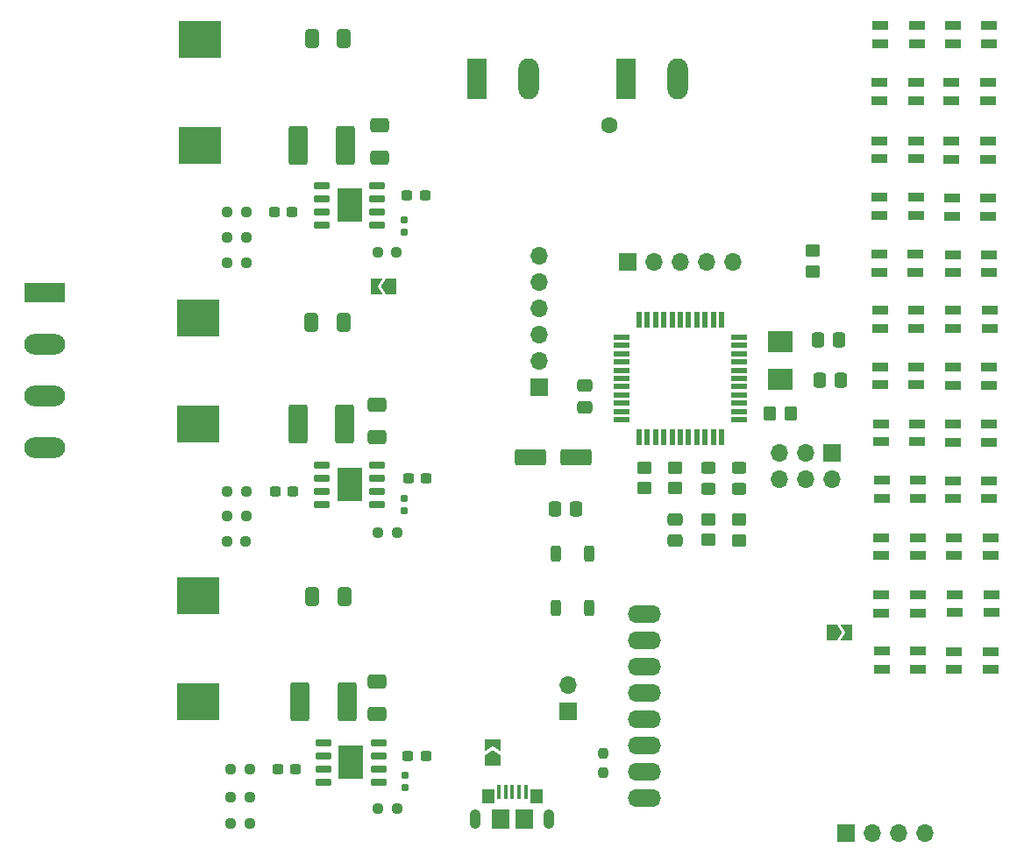
<source format=gbr>
%TF.GenerationSoftware,KiCad,Pcbnew,8.0.4*%
%TF.CreationDate,2025-10-24T14:41:15-04:00*%
%TF.ProjectId,Board,426f6172-642e-46b6-9963-61645f706362,rev?*%
%TF.SameCoordinates,Original*%
%TF.FileFunction,Soldermask,Top*%
%TF.FilePolarity,Negative*%
%FSLAX46Y46*%
G04 Gerber Fmt 4.6, Leading zero omitted, Abs format (unit mm)*
G04 Created by KiCad (PCBNEW 8.0.4) date 2025-10-24 14:41:15*
%MOMM*%
%LPD*%
G01*
G04 APERTURE LIST*
G04 Aperture macros list*
%AMRoundRect*
0 Rectangle with rounded corners*
0 $1 Rounding radius*
0 $2 $3 $4 $5 $6 $7 $8 $9 X,Y pos of 4 corners*
0 Add a 4 corners polygon primitive as box body*
4,1,4,$2,$3,$4,$5,$6,$7,$8,$9,$2,$3,0*
0 Add four circle primitives for the rounded corners*
1,1,$1+$1,$2,$3*
1,1,$1+$1,$4,$5*
1,1,$1+$1,$6,$7*
1,1,$1+$1,$8,$9*
0 Add four rect primitives between the rounded corners*
20,1,$1+$1,$2,$3,$4,$5,0*
20,1,$1+$1,$4,$5,$6,$7,0*
20,1,$1+$1,$6,$7,$8,$9,0*
20,1,$1+$1,$8,$9,$2,$3,0*%
%AMFreePoly0*
4,1,6,1.000000,0.000000,0.500000,-0.750000,-0.500000,-0.750000,-0.500000,0.750000,0.500000,0.750000,1.000000,0.000000,1.000000,0.000000,$1*%
%AMFreePoly1*
4,1,6,0.500000,-0.750000,-0.650000,-0.750000,-0.150000,0.000000,-0.650000,0.750000,0.500000,0.750000,0.500000,-0.750000,0.500000,-0.750000,$1*%
G04 Aperture macros list end*
%ADD10RoundRect,0.250000X-0.450000X0.350000X-0.450000X-0.350000X0.450000X-0.350000X0.450000X0.350000X0*%
%ADD11R,1.600000X0.850000*%
%ADD12R,2.400000X2.000000*%
%ADD13O,3.204000X1.704000*%
%ADD14RoundRect,0.250000X0.475000X-0.337500X0.475000X0.337500X-0.475000X0.337500X-0.475000X-0.337500X0*%
%ADD15RoundRect,0.250000X-0.412500X-0.650000X0.412500X-0.650000X0.412500X0.650000X-0.412500X0.650000X0*%
%ADD16RoundRect,0.237500X-0.300000X-0.237500X0.300000X-0.237500X0.300000X0.237500X-0.300000X0.237500X0*%
%ADD17RoundRect,0.237500X0.250000X0.237500X-0.250000X0.237500X-0.250000X-0.237500X0.250000X-0.237500X0*%
%ADD18RoundRect,0.237500X0.300000X0.237500X-0.300000X0.237500X-0.300000X-0.237500X0.300000X-0.237500X0*%
%ADD19RoundRect,0.250000X-0.337500X-0.475000X0.337500X-0.475000X0.337500X0.475000X-0.337500X0.475000X0*%
%ADD20RoundRect,0.150000X-0.650000X-0.150000X0.650000X-0.150000X0.650000X0.150000X-0.650000X0.150000X0*%
%ADD21R,2.400000X3.200000*%
%ADD22RoundRect,0.250000X0.337500X0.475000X-0.337500X0.475000X-0.337500X-0.475000X0.337500X-0.475000X0*%
%ADD23RoundRect,0.250000X0.450000X-0.350000X0.450000X0.350000X-0.450000X0.350000X-0.450000X-0.350000X0*%
%ADD24FreePoly0,0.000000*%
%ADD25FreePoly1,0.000000*%
%ADD26R,1.700000X1.700000*%
%ADD27O,1.700000X1.700000*%
%ADD28RoundRect,0.250000X0.650000X-0.412500X0.650000X0.412500X-0.650000X0.412500X-0.650000X-0.412500X0*%
%ADD29RoundRect,0.250000X1.250000X0.550000X-1.250000X0.550000X-1.250000X-0.550000X1.250000X-0.550000X0*%
%ADD30RoundRect,0.250000X0.350000X0.450000X-0.350000X0.450000X-0.350000X-0.450000X0.350000X-0.450000X0*%
%ADD31C,1.600000*%
%ADD32RoundRect,0.160000X0.160000X-0.197500X0.160000X0.197500X-0.160000X0.197500X-0.160000X-0.197500X0*%
%ADD33RoundRect,0.250000X-0.450000X0.325000X-0.450000X-0.325000X0.450000X-0.325000X0.450000X0.325000X0*%
%ADD34RoundRect,0.250000X-0.675000X-1.625000X0.675000X-1.625000X0.675000X1.625000X-0.675000X1.625000X0*%
%ADD35R,4.038600X3.657600*%
%ADD36R,3.960000X1.980000*%
%ADD37O,3.960000X1.980000*%
%ADD38R,0.400000X1.400000*%
%ADD39O,1.050000X1.900000*%
%ADD40R,1.150000X1.450000*%
%ADD41R,1.750000X1.900000*%
%ADD42FreePoly0,90.000000*%
%ADD43FreePoly1,90.000000*%
%ADD44R,0.550000X1.500000*%
%ADD45R,1.500000X0.550000*%
%ADD46RoundRect,0.250000X0.250000X-0.525000X0.250000X0.525000X-0.250000X0.525000X-0.250000X-0.525000X0*%
%ADD47R,1.980000X3.960000*%
%ADD48O,1.980000X3.960000*%
%ADD49RoundRect,0.237500X-0.237500X0.250000X-0.237500X-0.250000X0.237500X-0.250000X0.237500X0.250000X0*%
%ADD50FreePoly0,180.000000*%
%ADD51FreePoly1,180.000000*%
%ADD52RoundRect,0.250000X-0.475000X0.337500X-0.475000X-0.337500X0.475000X-0.337500X0.475000X0.337500X0*%
G04 APERTURE END LIST*
D10*
%TO.C,R1*%
X149550000Y-98880000D03*
X149550000Y-100880000D03*
%TD*%
D11*
%TO.C,D6*%
X173550000Y-58400000D03*
X173550000Y-56650000D03*
X170050000Y-56650000D03*
X170050000Y-58400000D03*
%TD*%
D12*
%TO.C,Y1*%
X153540000Y-81660000D03*
X153540000Y-85360000D03*
%TD*%
D13*
%TO.C,ACC1*%
X140348400Y-123292600D03*
X140348400Y-110592600D03*
X140348400Y-125832600D03*
X140348400Y-113132600D03*
X140348400Y-115672600D03*
X140348400Y-108052600D03*
X140348400Y-120752600D03*
X140348400Y-118212600D03*
%TD*%
D11*
%TO.C,D12*%
X173690000Y-75030000D03*
X173690000Y-73280000D03*
X170190000Y-73280000D03*
X170190000Y-75030000D03*
%TD*%
D14*
%TO.C,C5*%
X134590000Y-88007500D03*
X134590000Y-85932500D03*
%TD*%
D11*
%TO.C,D10*%
X173600000Y-69555000D03*
X173600000Y-67805000D03*
X170100000Y-67805000D03*
X170100000Y-69555000D03*
%TD*%
D15*
%TO.C,C8*%
X108247500Y-52425000D03*
X111372500Y-52425000D03*
%TD*%
D16*
%TO.C,C7*%
X117470000Y-67575000D03*
X119195000Y-67575000D03*
%TD*%
D17*
%TO.C,R14*%
X116470000Y-100110000D03*
X114645000Y-100110000D03*
%TD*%
D11*
%TO.C,D20*%
X173660000Y-96860000D03*
X173660000Y-95110000D03*
X170160000Y-95110000D03*
X170160000Y-96860000D03*
%TD*%
D17*
%TO.C,R17*%
X101872500Y-100970000D03*
X100047500Y-100970000D03*
%TD*%
D18*
%TO.C,C16*%
X106702500Y-123000000D03*
X104977500Y-123000000D03*
%TD*%
D11*
%TO.C,D24*%
X173870000Y-107860000D03*
X173870000Y-106110000D03*
X170370000Y-106110000D03*
X170370000Y-107860000D03*
%TD*%
%TO.C,D5*%
X166590000Y-58360000D03*
X166590000Y-56610000D03*
X163090000Y-56610000D03*
X163090000Y-58360000D03*
%TD*%
D17*
%TO.C,R21*%
X102262500Y-125680000D03*
X100437500Y-125680000D03*
%TD*%
D11*
%TO.C,D15*%
X166650000Y-85865000D03*
X166650000Y-84115000D03*
X163150000Y-84115000D03*
X163150000Y-85865000D03*
%TD*%
%TO.C,D7*%
X166580000Y-64025000D03*
X166580000Y-62275000D03*
X163080000Y-62275000D03*
X163080000Y-64025000D03*
%TD*%
D19*
%TO.C,C3*%
X157110000Y-81510000D03*
X159185000Y-81510000D03*
%TD*%
D20*
%TO.C,U4*%
X109380000Y-120450000D03*
X109380000Y-121720000D03*
X109380000Y-122990000D03*
X109380000Y-124260000D03*
X114680000Y-124260000D03*
X114680000Y-122990000D03*
X114680000Y-121720000D03*
X114680000Y-120450000D03*
D21*
X112030000Y-122355000D03*
%TD*%
D16*
%TO.C,C13*%
X117560000Y-94910000D03*
X119285000Y-94910000D03*
%TD*%
D22*
%TO.C,C1*%
X133807500Y-97820000D03*
X131732500Y-97820000D03*
%TD*%
D23*
%TO.C,R8*%
X156590000Y-74920000D03*
X156590000Y-72920000D03*
%TD*%
D11*
%TO.C,D13*%
X166610000Y-80390000D03*
X166610000Y-78640000D03*
X163110000Y-78640000D03*
X163110000Y-80390000D03*
%TD*%
%TO.C,D19*%
X166790000Y-96830000D03*
X166790000Y-95080000D03*
X163290000Y-95080000D03*
X163290000Y-96830000D03*
%TD*%
D24*
%TO.C,JP3*%
X158510000Y-109820000D03*
D25*
X159960000Y-109820000D03*
%TD*%
D26*
%TO.C,J8*%
X132990000Y-117420000D03*
D27*
X132990000Y-114880000D03*
%TD*%
D28*
%TO.C,C15*%
X114570000Y-117675000D03*
X114570000Y-114550000D03*
%TD*%
D29*
%TO.C,C2*%
X133730000Y-92830000D03*
X129330000Y-92830000D03*
%TD*%
D17*
%TO.C,R16*%
X101910000Y-98550000D03*
X100085000Y-98550000D03*
%TD*%
D11*
%TO.C,D25*%
X166790000Y-113360000D03*
X166790000Y-111610000D03*
X163290000Y-111610000D03*
X163290000Y-113360000D03*
%TD*%
D30*
%TO.C,R5*%
X154500000Y-88620000D03*
X152500000Y-88620000D03*
%TD*%
D17*
%TO.C,R10*%
X101910000Y-69115000D03*
X100085000Y-69115000D03*
%TD*%
D11*
%TO.C,D14*%
X173700000Y-80420000D03*
X173700000Y-78670000D03*
X170200000Y-78670000D03*
X170200000Y-80420000D03*
%TD*%
D10*
%TO.C,R2*%
X146570000Y-98850000D03*
X146570000Y-100850000D03*
%TD*%
D20*
%TO.C,U3*%
X109240000Y-93595000D03*
X109240000Y-94865000D03*
X109240000Y-96135000D03*
X109240000Y-97405000D03*
X114540000Y-97405000D03*
X114540000Y-96135000D03*
X114540000Y-94865000D03*
X114540000Y-93595000D03*
D21*
X111890000Y-95500000D03*
%TD*%
D17*
%TO.C,R6*%
X101940000Y-71595000D03*
X100115000Y-71595000D03*
%TD*%
D31*
%TO.C,.*%
X136990000Y-60790000D03*
%TD*%
D32*
%TO.C,R18*%
X117260000Y-124780000D03*
X117260000Y-123585000D03*
%TD*%
D11*
%TO.C,D3*%
X166670000Y-52860000D03*
X166670000Y-51110000D03*
X163170000Y-51110000D03*
X163170000Y-52860000D03*
%TD*%
%TO.C,D23*%
X166770000Y-107940000D03*
X166770000Y-106190000D03*
X163270000Y-106190000D03*
X163270000Y-107940000D03*
%TD*%
%TO.C,D8*%
X173540000Y-64085000D03*
X173540000Y-62335000D03*
X170040000Y-62335000D03*
X170040000Y-64085000D03*
%TD*%
D33*
%TO.C,D2*%
X146590000Y-93850000D03*
X146590000Y-95900000D03*
%TD*%
D32*
%TO.C,R11*%
X117140000Y-71080000D03*
X117140000Y-69885000D03*
%TD*%
D34*
%TO.C,D30*%
X107090000Y-116495000D03*
X111640000Y-116495000D03*
%TD*%
D26*
%TO.C,U2*%
X159850000Y-129140000D03*
D27*
X162390000Y-129140000D03*
X164930000Y-129140000D03*
X167470000Y-129140000D03*
%TD*%
D26*
%TO.C,J1*%
X158460000Y-92430000D03*
D27*
X158460000Y-94970000D03*
X155920000Y-92430000D03*
X155920000Y-94970000D03*
X153380000Y-92430000D03*
X153380000Y-94970000D03*
%TD*%
D33*
%TO.C,D1*%
X149560000Y-93860000D03*
X149560000Y-95910000D03*
%TD*%
D20*
%TO.C,U6*%
X109240000Y-66580000D03*
X109240000Y-67850000D03*
X109240000Y-69120000D03*
X109240000Y-70390000D03*
X114540000Y-70390000D03*
X114540000Y-69120000D03*
X114540000Y-67850000D03*
X114540000Y-66580000D03*
D21*
X111890000Y-68485000D03*
%TD*%
D11*
%TO.C,D16*%
X173640000Y-85875000D03*
X173640000Y-84125000D03*
X170140000Y-84125000D03*
X170140000Y-85875000D03*
%TD*%
D17*
%TO.C,R22*%
X102272500Y-128210000D03*
X100447500Y-128210000D03*
%TD*%
D35*
%TO.C,L3*%
X97250000Y-116465000D03*
X97250000Y-106203400D03*
%TD*%
D36*
%TO.C,J7*%
X82480000Y-76950000D03*
D37*
X82480000Y-81950000D03*
X82480000Y-86950000D03*
X82480000Y-91950000D03*
%TD*%
D35*
%TO.C,L1*%
X97460000Y-62695000D03*
X97460000Y-52433400D03*
%TD*%
D28*
%TO.C,C11*%
X114510000Y-90890000D03*
X114510000Y-87765000D03*
%TD*%
D26*
%TO.C,J6*%
X130220000Y-86120000D03*
D27*
X130220000Y-83580000D03*
X130220000Y-81040000D03*
X130220000Y-78500000D03*
X130220000Y-75960000D03*
X130220000Y-73420000D03*
%TD*%
D18*
%TO.C,C9*%
X106380000Y-69115000D03*
X104655000Y-69115000D03*
%TD*%
D11*
%TO.C,D21*%
X166760000Y-102380000D03*
X166760000Y-100630000D03*
X163260000Y-100630000D03*
X163260000Y-102380000D03*
%TD*%
D38*
%TO.C,J2*%
X126310000Y-125180000D03*
X126960000Y-125180000D03*
X127610000Y-125180000D03*
X128260000Y-125180000D03*
X128910000Y-125180000D03*
D39*
X124035000Y-127830000D03*
D40*
X125290000Y-125600000D03*
D41*
X126485000Y-127830000D03*
X128735000Y-127830000D03*
D40*
X129930000Y-125600000D03*
D39*
X131185000Y-127830000D03*
%TD*%
D42*
%TO.C,JP1*%
X125690000Y-122120000D03*
D43*
X125690000Y-120670000D03*
%TD*%
D34*
%TO.C,D29*%
X106900000Y-89630000D03*
X111450000Y-89630000D03*
%TD*%
D44*
%TO.C,U1*%
X139850000Y-90940000D03*
X140650000Y-90940000D03*
X141450000Y-90940000D03*
X142250000Y-90940000D03*
X143050000Y-90940000D03*
X143850000Y-90940000D03*
X144650000Y-90940000D03*
X145450000Y-90940000D03*
X146250000Y-90940000D03*
X147050000Y-90940000D03*
X147850000Y-90940000D03*
D45*
X149550000Y-89240000D03*
X149550000Y-88440000D03*
X149550000Y-87640000D03*
X149550000Y-86840000D03*
X149550000Y-86040000D03*
X149550000Y-85240000D03*
X149550000Y-84440000D03*
X149550000Y-83640000D03*
X149550000Y-82840000D03*
X149550000Y-82040000D03*
X149550000Y-81240000D03*
D44*
X147850000Y-79540000D03*
X147050000Y-79540000D03*
X146250000Y-79540000D03*
X145450000Y-79540000D03*
X144650000Y-79540000D03*
X143850000Y-79540000D03*
X143050000Y-79540000D03*
X142250000Y-79540000D03*
X141450000Y-79540000D03*
X140650000Y-79540000D03*
X139850000Y-79540000D03*
D45*
X138150000Y-81240000D03*
X138150000Y-82040000D03*
X138150000Y-82840000D03*
X138150000Y-83640000D03*
X138150000Y-84440000D03*
X138150000Y-85240000D03*
X138150000Y-86040000D03*
X138150000Y-86840000D03*
X138150000Y-87640000D03*
X138150000Y-88440000D03*
X138150000Y-89240000D03*
%TD*%
D17*
%TO.C,R19*%
X116500000Y-126835000D03*
X114675000Y-126835000D03*
%TD*%
D26*
%TO.C,J4*%
X138770000Y-73950000D03*
D27*
X141310000Y-73950000D03*
X143850000Y-73950000D03*
X146390000Y-73950000D03*
X148930000Y-73950000D03*
%TD*%
D46*
%TO.C,SW1*%
X131800000Y-107400000D03*
X131800000Y-102150000D03*
X135000000Y-107400000D03*
X135000000Y-102150000D03*
%TD*%
D47*
%TO.C,J5*%
X138630000Y-56320000D03*
D48*
X143630000Y-56320000D03*
%TD*%
D15*
%TO.C,C14*%
X108237500Y-79820000D03*
X111362500Y-79820000D03*
%TD*%
D35*
%TO.C,L2*%
X97270000Y-89670800D03*
X97270000Y-79409200D03*
%TD*%
D17*
%TO.C,R20*%
X102272500Y-122990000D03*
X100447500Y-122990000D03*
%TD*%
D49*
%TO.C,R7*%
X136430000Y-121477500D03*
X136430000Y-123302500D03*
%TD*%
D50*
%TO.C,JP4*%
X115935000Y-76320000D03*
D51*
X114485000Y-76320000D03*
%TD*%
D28*
%TO.C,C10*%
X114770000Y-63915000D03*
X114770000Y-60790000D03*
%TD*%
D16*
%TO.C,C17*%
X117550000Y-121745000D03*
X119275000Y-121745000D03*
%TD*%
D18*
%TO.C,C12*%
X106420000Y-96140000D03*
X104695000Y-96140000D03*
%TD*%
D10*
%TO.C,R4*%
X140360000Y-93850000D03*
X140360000Y-95850000D03*
%TD*%
D52*
%TO.C,C6*%
X143340000Y-98860000D03*
X143340000Y-100935000D03*
%TD*%
D11*
%TO.C,D11*%
X166530000Y-74960000D03*
X166530000Y-73210000D03*
X163030000Y-73210000D03*
X163030000Y-74960000D03*
%TD*%
%TO.C,D18*%
X173690000Y-91385000D03*
X173690000Y-89635000D03*
X170190000Y-89635000D03*
X170190000Y-91385000D03*
%TD*%
D19*
%TO.C,C4*%
X157290000Y-85410000D03*
X159365000Y-85410000D03*
%TD*%
D15*
%TO.C,C18*%
X108275000Y-106345000D03*
X111400000Y-106345000D03*
%TD*%
D47*
%TO.C,J3*%
X124200000Y-56280000D03*
D48*
X129200000Y-56280000D03*
%TD*%
D17*
%TO.C,R12*%
X116440000Y-73075000D03*
X114615000Y-73075000D03*
%TD*%
D32*
%TO.C,R13*%
X117200000Y-98045000D03*
X117200000Y-96850000D03*
%TD*%
D10*
%TO.C,R3*%
X143330000Y-93840000D03*
X143330000Y-95840000D03*
%TD*%
D11*
%TO.C,D4*%
X173660000Y-52880000D03*
X173660000Y-51130000D03*
X170160000Y-51130000D03*
X170160000Y-52880000D03*
%TD*%
%TO.C,D17*%
X166710000Y-91355000D03*
X166710000Y-89605000D03*
X163210000Y-89605000D03*
X163210000Y-91355000D03*
%TD*%
%TO.C,D22*%
X173800000Y-102375000D03*
X173800000Y-100625000D03*
X170300000Y-100625000D03*
X170300000Y-102375000D03*
%TD*%
%TO.C,D26*%
X173800000Y-113370000D03*
X173800000Y-111620000D03*
X170300000Y-111620000D03*
X170300000Y-113370000D03*
%TD*%
D34*
%TO.C,D28*%
X106930000Y-62725000D03*
X111480000Y-62725000D03*
%TD*%
D11*
%TO.C,D9*%
X166580000Y-69505000D03*
X166580000Y-67755000D03*
X163080000Y-67755000D03*
X163080000Y-69505000D03*
%TD*%
D17*
%TO.C,R9*%
X101940000Y-74085000D03*
X100115000Y-74085000D03*
%TD*%
%TO.C,R15*%
X101940000Y-96150000D03*
X100115000Y-96150000D03*
%TD*%
M02*

</source>
